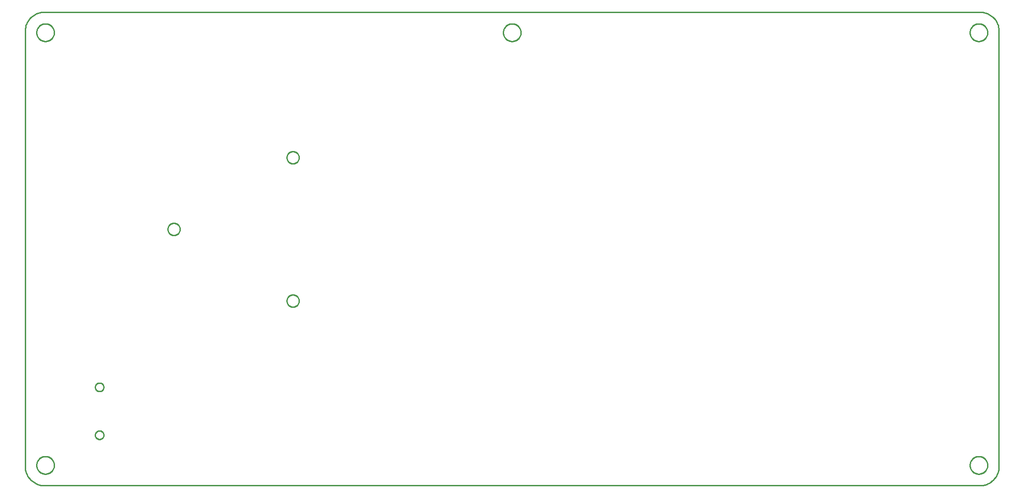
<source format=gbr>
G04 EAGLE Gerber RS-274X export*
G75*
%MOMM*%
%FSLAX34Y34*%
%LPD*%
%IN*%
%IPPOS*%
%AMOC8*
5,1,8,0,0,1.08239X$1,22.5*%
G01*
%ADD10C,0.254000*%


D10*
X0Y35921D02*
X137Y32790D01*
X546Y29683D01*
X1224Y26624D01*
X2166Y23635D01*
X3366Y20740D01*
X4813Y17961D01*
X6496Y15318D01*
X8404Y12831D01*
X10521Y10521D01*
X12831Y8404D01*
X15318Y6496D01*
X17961Y4813D01*
X20740Y3366D01*
X23635Y2166D01*
X26624Y1224D01*
X29683Y546D01*
X32790Y137D01*
X35921Y0D01*
X1792820Y0D01*
X1795939Y136D01*
X1799033Y544D01*
X1802081Y1219D01*
X1805058Y2158D01*
X1807941Y3352D01*
X1810710Y4794D01*
X1813343Y6471D01*
X1815819Y8371D01*
X1818120Y10480D01*
X1820229Y12781D01*
X1822129Y15257D01*
X1823806Y17890D01*
X1825248Y20659D01*
X1826442Y23542D01*
X1827381Y26519D01*
X1828056Y29567D01*
X1828464Y32661D01*
X1828600Y35780D01*
X1828600Y852182D01*
X1828610Y855254D01*
X1828352Y858314D01*
X1827829Y861340D01*
X1827043Y864310D01*
X1826002Y867199D01*
X1824713Y869987D01*
X1823186Y872652D01*
X1821433Y875174D01*
X1819466Y877533D01*
X1817302Y879712D01*
X1814955Y881694D01*
X1812445Y883463D01*
X1809790Y885008D01*
X1807011Y886315D01*
X1804128Y887375D01*
X1801164Y888179D01*
X1798141Y888722D01*
X1795082Y889000D01*
X33669Y889000D01*
X30597Y888722D01*
X27561Y888177D01*
X24584Y887370D01*
X21688Y886306D01*
X18897Y884994D01*
X16230Y883443D01*
X13709Y881666D01*
X11352Y879676D01*
X9178Y877489D01*
X7202Y875120D01*
X5441Y872588D01*
X3907Y869912D01*
X2612Y867112D01*
X1566Y864211D01*
X776Y861229D01*
X250Y858190D01*
X-9Y855116D01*
X0Y852031D01*
X0Y35921D01*
X147700Y184307D02*
X147623Y183525D01*
X147470Y182754D01*
X147241Y182002D01*
X146941Y181275D01*
X146570Y180582D01*
X146133Y179929D01*
X145635Y179321D01*
X145079Y178765D01*
X144471Y178267D01*
X143818Y177830D01*
X143125Y177459D01*
X142398Y177159D01*
X141646Y176930D01*
X140875Y176777D01*
X140093Y176700D01*
X139307Y176700D01*
X138525Y176777D01*
X137754Y176930D01*
X137002Y177159D01*
X136275Y177459D01*
X135582Y177830D01*
X134929Y178267D01*
X134321Y178765D01*
X133765Y179321D01*
X133267Y179929D01*
X132830Y180582D01*
X132459Y181275D01*
X132159Y182002D01*
X131930Y182754D01*
X131777Y183525D01*
X131700Y184307D01*
X131700Y185093D01*
X131777Y185875D01*
X131930Y186646D01*
X132159Y187398D01*
X132459Y188125D01*
X132830Y188818D01*
X133267Y189471D01*
X133765Y190079D01*
X134321Y190635D01*
X134929Y191133D01*
X135582Y191570D01*
X136275Y191941D01*
X137002Y192241D01*
X137754Y192470D01*
X138525Y192623D01*
X139307Y192700D01*
X140093Y192700D01*
X140875Y192623D01*
X141646Y192470D01*
X142398Y192241D01*
X143125Y191941D01*
X143818Y191570D01*
X144471Y191133D01*
X145079Y190635D01*
X145635Y190079D01*
X146133Y189471D01*
X146570Y188818D01*
X146941Y188125D01*
X147241Y187398D01*
X147470Y186646D01*
X147623Y185875D01*
X147700Y185093D01*
X147700Y184307D01*
X147700Y94307D02*
X147623Y93525D01*
X147470Y92754D01*
X147241Y92002D01*
X146941Y91275D01*
X146570Y90582D01*
X146133Y89929D01*
X145635Y89321D01*
X145079Y88765D01*
X144471Y88267D01*
X143818Y87830D01*
X143125Y87459D01*
X142398Y87159D01*
X141646Y86930D01*
X140875Y86777D01*
X140093Y86700D01*
X139307Y86700D01*
X138525Y86777D01*
X137754Y86930D01*
X137002Y87159D01*
X136275Y87459D01*
X135582Y87830D01*
X134929Y88267D01*
X134321Y88765D01*
X133765Y89321D01*
X133267Y89929D01*
X132830Y90582D01*
X132459Y91275D01*
X132159Y92002D01*
X131930Y92754D01*
X131777Y93525D01*
X131700Y94307D01*
X131700Y95093D01*
X131777Y95875D01*
X131930Y96646D01*
X132159Y97398D01*
X132459Y98125D01*
X132830Y98818D01*
X133267Y99471D01*
X133765Y100079D01*
X134321Y100635D01*
X134929Y101133D01*
X135582Y101570D01*
X136275Y101941D01*
X137002Y102241D01*
X137754Y102470D01*
X138525Y102623D01*
X139307Y102700D01*
X140093Y102700D01*
X140875Y102623D01*
X141646Y102470D01*
X142398Y102241D01*
X143125Y101941D01*
X143818Y101570D01*
X144471Y101133D01*
X145079Y100635D01*
X145635Y100079D01*
X146133Y99471D01*
X146570Y98818D01*
X146941Y98125D01*
X147241Y97398D01*
X147470Y96646D01*
X147623Y95875D01*
X147700Y95093D01*
X147700Y94307D01*
X54610Y37560D02*
X54539Y36481D01*
X54398Y35409D01*
X54187Y34349D01*
X53908Y33305D01*
X53560Y32281D01*
X53146Y31283D01*
X52668Y30313D01*
X52128Y29377D01*
X51527Y28478D01*
X50869Y27621D01*
X50157Y26808D01*
X49392Y26044D01*
X48579Y25331D01*
X47722Y24673D01*
X46823Y24072D01*
X45887Y23532D01*
X44917Y23054D01*
X43919Y22640D01*
X42895Y22292D01*
X41851Y22013D01*
X40791Y21802D01*
X39719Y21661D01*
X38640Y21590D01*
X37560Y21590D01*
X36481Y21661D01*
X35409Y21802D01*
X34349Y22013D01*
X33305Y22292D01*
X32281Y22640D01*
X31283Y23054D01*
X30313Y23532D01*
X29377Y24072D01*
X28478Y24673D01*
X27621Y25331D01*
X26808Y26044D01*
X26044Y26808D01*
X25331Y27621D01*
X24673Y28478D01*
X24072Y29377D01*
X23532Y30313D01*
X23054Y31283D01*
X22640Y32281D01*
X22292Y33305D01*
X22013Y34349D01*
X21802Y35409D01*
X21661Y36481D01*
X21590Y37560D01*
X21590Y38640D01*
X21661Y39719D01*
X21802Y40791D01*
X22013Y41851D01*
X22292Y42895D01*
X22640Y43919D01*
X23054Y44917D01*
X23532Y45887D01*
X24072Y46823D01*
X24673Y47722D01*
X25331Y48579D01*
X26044Y49392D01*
X26808Y50157D01*
X27621Y50869D01*
X28478Y51527D01*
X29377Y52128D01*
X30313Y52668D01*
X31283Y53146D01*
X32281Y53560D01*
X33305Y53908D01*
X34349Y54187D01*
X35409Y54398D01*
X36481Y54539D01*
X37560Y54610D01*
X38640Y54610D01*
X39719Y54539D01*
X40791Y54398D01*
X41851Y54187D01*
X42895Y53908D01*
X43919Y53560D01*
X44917Y53146D01*
X45887Y52668D01*
X46823Y52128D01*
X47722Y51527D01*
X48579Y50869D01*
X49392Y50157D01*
X50157Y49392D01*
X50869Y48579D01*
X51527Y47722D01*
X52128Y46823D01*
X52668Y45887D01*
X53146Y44917D01*
X53560Y43919D01*
X53908Y42895D01*
X54187Y41851D01*
X54398Y40791D01*
X54539Y39719D01*
X54610Y38640D01*
X54610Y37560D01*
X54610Y850360D02*
X54539Y849281D01*
X54398Y848209D01*
X54187Y847149D01*
X53908Y846105D01*
X53560Y845081D01*
X53146Y844083D01*
X52668Y843113D01*
X52128Y842177D01*
X51527Y841278D01*
X50869Y840421D01*
X50157Y839608D01*
X49392Y838844D01*
X48579Y838131D01*
X47722Y837473D01*
X46823Y836872D01*
X45887Y836332D01*
X44917Y835854D01*
X43919Y835440D01*
X42895Y835092D01*
X41851Y834813D01*
X40791Y834602D01*
X39719Y834461D01*
X38640Y834390D01*
X37560Y834390D01*
X36481Y834461D01*
X35409Y834602D01*
X34349Y834813D01*
X33305Y835092D01*
X32281Y835440D01*
X31283Y835854D01*
X30313Y836332D01*
X29377Y836872D01*
X28478Y837473D01*
X27621Y838131D01*
X26808Y838844D01*
X26044Y839608D01*
X25331Y840421D01*
X24673Y841278D01*
X24072Y842177D01*
X23532Y843113D01*
X23054Y844083D01*
X22640Y845081D01*
X22292Y846105D01*
X22013Y847149D01*
X21802Y848209D01*
X21661Y849281D01*
X21590Y850360D01*
X21590Y851440D01*
X21661Y852519D01*
X21802Y853591D01*
X22013Y854651D01*
X22292Y855695D01*
X22640Y856719D01*
X23054Y857717D01*
X23532Y858687D01*
X24072Y859623D01*
X24673Y860522D01*
X25331Y861379D01*
X26044Y862192D01*
X26808Y862957D01*
X27621Y863669D01*
X28478Y864327D01*
X29377Y864928D01*
X30313Y865468D01*
X31283Y865946D01*
X32281Y866360D01*
X33305Y866708D01*
X34349Y866987D01*
X35409Y867198D01*
X36481Y867339D01*
X37560Y867410D01*
X38640Y867410D01*
X39719Y867339D01*
X40791Y867198D01*
X41851Y866987D01*
X42895Y866708D01*
X43919Y866360D01*
X44917Y865946D01*
X45887Y865468D01*
X46823Y864928D01*
X47722Y864327D01*
X48579Y863669D01*
X49392Y862957D01*
X50157Y862192D01*
X50869Y861379D01*
X51527Y860522D01*
X52128Y859623D01*
X52668Y858687D01*
X53146Y857717D01*
X53560Y856719D01*
X53908Y855695D01*
X54187Y854651D01*
X54398Y853591D01*
X54539Y852519D01*
X54610Y851440D01*
X54610Y850360D01*
X930910Y850360D02*
X930839Y849281D01*
X930698Y848209D01*
X930487Y847149D01*
X930208Y846105D01*
X929860Y845081D01*
X929446Y844083D01*
X928968Y843113D01*
X928428Y842177D01*
X927827Y841278D01*
X927169Y840421D01*
X926457Y839608D01*
X925692Y838844D01*
X924879Y838131D01*
X924022Y837473D01*
X923123Y836872D01*
X922187Y836332D01*
X921217Y835854D01*
X920219Y835440D01*
X919195Y835092D01*
X918151Y834813D01*
X917091Y834602D01*
X916019Y834461D01*
X914940Y834390D01*
X913860Y834390D01*
X912781Y834461D01*
X911709Y834602D01*
X910649Y834813D01*
X909605Y835092D01*
X908581Y835440D01*
X907583Y835854D01*
X906613Y836332D01*
X905677Y836872D01*
X904778Y837473D01*
X903921Y838131D01*
X903108Y838844D01*
X902344Y839608D01*
X901631Y840421D01*
X900973Y841278D01*
X900372Y842177D01*
X899832Y843113D01*
X899354Y844083D01*
X898940Y845081D01*
X898592Y846105D01*
X898313Y847149D01*
X898102Y848209D01*
X897961Y849281D01*
X897890Y850360D01*
X897890Y851440D01*
X897961Y852519D01*
X898102Y853591D01*
X898313Y854651D01*
X898592Y855695D01*
X898940Y856719D01*
X899354Y857717D01*
X899832Y858687D01*
X900372Y859623D01*
X900973Y860522D01*
X901631Y861379D01*
X902344Y862192D01*
X903108Y862957D01*
X903921Y863669D01*
X904778Y864327D01*
X905677Y864928D01*
X906613Y865468D01*
X907583Y865946D01*
X908581Y866360D01*
X909605Y866708D01*
X910649Y866987D01*
X911709Y867198D01*
X912781Y867339D01*
X913860Y867410D01*
X914940Y867410D01*
X916019Y867339D01*
X917091Y867198D01*
X918151Y866987D01*
X919195Y866708D01*
X920219Y866360D01*
X921217Y865946D01*
X922187Y865468D01*
X923123Y864928D01*
X924022Y864327D01*
X924879Y863669D01*
X925692Y862957D01*
X926457Y862192D01*
X927169Y861379D01*
X927827Y860522D01*
X928428Y859623D01*
X928968Y858687D01*
X929446Y857717D01*
X929860Y856719D01*
X930208Y855695D01*
X930487Y854651D01*
X930698Y853591D01*
X930839Y852519D01*
X930910Y851440D01*
X930910Y850360D01*
X1807210Y37560D02*
X1807139Y36481D01*
X1806998Y35409D01*
X1806787Y34349D01*
X1806508Y33305D01*
X1806160Y32281D01*
X1805746Y31283D01*
X1805268Y30313D01*
X1804728Y29377D01*
X1804127Y28478D01*
X1803469Y27621D01*
X1802757Y26808D01*
X1801992Y26044D01*
X1801179Y25331D01*
X1800322Y24673D01*
X1799423Y24072D01*
X1798487Y23532D01*
X1797517Y23054D01*
X1796519Y22640D01*
X1795495Y22292D01*
X1794451Y22013D01*
X1793391Y21802D01*
X1792319Y21661D01*
X1791240Y21590D01*
X1790160Y21590D01*
X1789081Y21661D01*
X1788009Y21802D01*
X1786949Y22013D01*
X1785905Y22292D01*
X1784881Y22640D01*
X1783883Y23054D01*
X1782913Y23532D01*
X1781977Y24072D01*
X1781078Y24673D01*
X1780221Y25331D01*
X1779408Y26044D01*
X1778644Y26808D01*
X1777931Y27621D01*
X1777273Y28478D01*
X1776672Y29377D01*
X1776132Y30313D01*
X1775654Y31283D01*
X1775240Y32281D01*
X1774892Y33305D01*
X1774613Y34349D01*
X1774402Y35409D01*
X1774261Y36481D01*
X1774190Y37560D01*
X1774190Y38640D01*
X1774261Y39719D01*
X1774402Y40791D01*
X1774613Y41851D01*
X1774892Y42895D01*
X1775240Y43919D01*
X1775654Y44917D01*
X1776132Y45887D01*
X1776672Y46823D01*
X1777273Y47722D01*
X1777931Y48579D01*
X1778644Y49392D01*
X1779408Y50157D01*
X1780221Y50869D01*
X1781078Y51527D01*
X1781977Y52128D01*
X1782913Y52668D01*
X1783883Y53146D01*
X1784881Y53560D01*
X1785905Y53908D01*
X1786949Y54187D01*
X1788009Y54398D01*
X1789081Y54539D01*
X1790160Y54610D01*
X1791240Y54610D01*
X1792319Y54539D01*
X1793391Y54398D01*
X1794451Y54187D01*
X1795495Y53908D01*
X1796519Y53560D01*
X1797517Y53146D01*
X1798487Y52668D01*
X1799423Y52128D01*
X1800322Y51527D01*
X1801179Y50869D01*
X1801992Y50157D01*
X1802757Y49392D01*
X1803469Y48579D01*
X1804127Y47722D01*
X1804728Y46823D01*
X1805268Y45887D01*
X1805746Y44917D01*
X1806160Y43919D01*
X1806508Y42895D01*
X1806787Y41851D01*
X1806998Y40791D01*
X1807139Y39719D01*
X1807210Y38640D01*
X1807210Y37560D01*
X1807210Y850360D02*
X1807139Y849281D01*
X1806998Y848209D01*
X1806787Y847149D01*
X1806508Y846105D01*
X1806160Y845081D01*
X1805746Y844083D01*
X1805268Y843113D01*
X1804728Y842177D01*
X1804127Y841278D01*
X1803469Y840421D01*
X1802757Y839608D01*
X1801992Y838844D01*
X1801179Y838131D01*
X1800322Y837473D01*
X1799423Y836872D01*
X1798487Y836332D01*
X1797517Y835854D01*
X1796519Y835440D01*
X1795495Y835092D01*
X1794451Y834813D01*
X1793391Y834602D01*
X1792319Y834461D01*
X1791240Y834390D01*
X1790160Y834390D01*
X1789081Y834461D01*
X1788009Y834602D01*
X1786949Y834813D01*
X1785905Y835092D01*
X1784881Y835440D01*
X1783883Y835854D01*
X1782913Y836332D01*
X1781977Y836872D01*
X1781078Y837473D01*
X1780221Y838131D01*
X1779408Y838844D01*
X1778644Y839608D01*
X1777931Y840421D01*
X1777273Y841278D01*
X1776672Y842177D01*
X1776132Y843113D01*
X1775654Y844083D01*
X1775240Y845081D01*
X1774892Y846105D01*
X1774613Y847149D01*
X1774402Y848209D01*
X1774261Y849281D01*
X1774190Y850360D01*
X1774190Y851440D01*
X1774261Y852519D01*
X1774402Y853591D01*
X1774613Y854651D01*
X1774892Y855695D01*
X1775240Y856719D01*
X1775654Y857717D01*
X1776132Y858687D01*
X1776672Y859623D01*
X1777273Y860522D01*
X1777931Y861379D01*
X1778644Y862192D01*
X1779408Y862957D01*
X1780221Y863669D01*
X1781078Y864327D01*
X1781977Y864928D01*
X1782913Y865468D01*
X1783883Y865946D01*
X1784881Y866360D01*
X1785905Y866708D01*
X1786949Y866987D01*
X1788009Y867198D01*
X1789081Y867339D01*
X1790160Y867410D01*
X1791240Y867410D01*
X1792319Y867339D01*
X1793391Y867198D01*
X1794451Y866987D01*
X1795495Y866708D01*
X1796519Y866360D01*
X1797517Y865946D01*
X1798487Y865468D01*
X1799423Y864928D01*
X1800322Y864327D01*
X1801179Y863669D01*
X1801992Y862957D01*
X1802757Y862192D01*
X1803469Y861379D01*
X1804127Y860522D01*
X1804728Y859623D01*
X1805268Y858687D01*
X1805746Y857717D01*
X1806160Y856719D01*
X1806508Y855695D01*
X1806787Y854651D01*
X1806998Y853591D01*
X1807139Y852519D01*
X1807210Y851440D01*
X1807210Y850360D01*
X278951Y492760D02*
X278056Y492690D01*
X277168Y492549D01*
X276295Y492339D01*
X275441Y492062D01*
X274611Y491718D01*
X273811Y491310D01*
X273045Y490841D01*
X272318Y490313D01*
X271635Y489730D01*
X271000Y489095D01*
X270417Y488412D01*
X269889Y487685D01*
X269420Y486919D01*
X269012Y486119D01*
X268668Y485289D01*
X268391Y484435D01*
X268181Y483562D01*
X268040Y482675D01*
X267970Y481779D01*
X267970Y480881D01*
X268040Y479986D01*
X268181Y479098D01*
X268391Y478225D01*
X268668Y477371D01*
X269012Y476541D01*
X269420Y475741D01*
X269889Y474975D01*
X270417Y474248D01*
X271000Y473565D01*
X271635Y472930D01*
X272318Y472347D01*
X273045Y471819D01*
X273811Y471350D01*
X274611Y470942D01*
X275441Y470598D01*
X276295Y470321D01*
X277168Y470111D01*
X278056Y469970D01*
X278951Y469900D01*
X279849Y469900D01*
X280745Y469970D01*
X281632Y470111D01*
X282505Y470321D01*
X283359Y470598D01*
X284189Y470942D01*
X284989Y471350D01*
X285755Y471819D01*
X286482Y472347D01*
X287165Y472930D01*
X287800Y473565D01*
X288383Y474248D01*
X288911Y474975D01*
X289380Y475741D01*
X289788Y476541D01*
X290132Y477371D01*
X290409Y478225D01*
X290619Y479098D01*
X290760Y479986D01*
X290830Y480881D01*
X290830Y481779D01*
X290760Y482675D01*
X290619Y483562D01*
X290409Y484435D01*
X290132Y485289D01*
X289788Y486119D01*
X289380Y486919D01*
X288911Y487685D01*
X288383Y488412D01*
X287800Y489095D01*
X287165Y489730D01*
X286482Y490313D01*
X285755Y490841D01*
X284989Y491310D01*
X284189Y491718D01*
X283359Y492062D01*
X282505Y492339D01*
X281632Y492549D01*
X280745Y492690D01*
X279849Y492760D01*
X278951Y492760D01*
X502471Y358140D02*
X501576Y358070D01*
X500688Y357929D01*
X499815Y357719D01*
X498961Y357442D01*
X498131Y357098D01*
X497331Y356690D01*
X496565Y356221D01*
X495838Y355693D01*
X495155Y355110D01*
X494520Y354475D01*
X493937Y353792D01*
X493409Y353065D01*
X492940Y352299D01*
X492532Y351499D01*
X492188Y350669D01*
X491911Y349815D01*
X491701Y348942D01*
X491560Y348055D01*
X491490Y347159D01*
X491490Y346261D01*
X491560Y345366D01*
X491701Y344478D01*
X491911Y343605D01*
X492188Y342751D01*
X492532Y341921D01*
X492940Y341121D01*
X493409Y340355D01*
X493937Y339628D01*
X494520Y338945D01*
X495155Y338310D01*
X495838Y337727D01*
X496565Y337199D01*
X497331Y336730D01*
X498131Y336322D01*
X498961Y335978D01*
X499815Y335701D01*
X500688Y335491D01*
X501576Y335350D01*
X502471Y335280D01*
X503369Y335280D01*
X504265Y335350D01*
X505152Y335491D01*
X506025Y335701D01*
X506879Y335978D01*
X507709Y336322D01*
X508509Y336730D01*
X509275Y337199D01*
X510002Y337727D01*
X510685Y338310D01*
X511320Y338945D01*
X511903Y339628D01*
X512431Y340355D01*
X512900Y341121D01*
X513308Y341921D01*
X513652Y342751D01*
X513929Y343605D01*
X514139Y344478D01*
X514280Y345366D01*
X514350Y346261D01*
X514350Y347159D01*
X514280Y348055D01*
X514139Y348942D01*
X513929Y349815D01*
X513652Y350669D01*
X513308Y351499D01*
X512900Y352299D01*
X512431Y353065D01*
X511903Y353792D01*
X511320Y354475D01*
X510685Y355110D01*
X510002Y355693D01*
X509275Y356221D01*
X508509Y356690D01*
X507709Y357098D01*
X506879Y357442D01*
X506025Y357719D01*
X505152Y357929D01*
X504265Y358070D01*
X503369Y358140D01*
X502471Y358140D01*
X502471Y627380D02*
X501576Y627310D01*
X500688Y627169D01*
X499815Y626959D01*
X498961Y626682D01*
X498131Y626338D01*
X497331Y625930D01*
X496565Y625461D01*
X495838Y624933D01*
X495155Y624350D01*
X494520Y623715D01*
X493937Y623032D01*
X493409Y622305D01*
X492940Y621539D01*
X492532Y620739D01*
X492188Y619909D01*
X491911Y619055D01*
X491701Y618182D01*
X491560Y617295D01*
X491490Y616399D01*
X491490Y615501D01*
X491560Y614606D01*
X491701Y613718D01*
X491911Y612845D01*
X492188Y611991D01*
X492532Y611161D01*
X492940Y610361D01*
X493409Y609595D01*
X493937Y608868D01*
X494520Y608185D01*
X495155Y607550D01*
X495838Y606967D01*
X496565Y606439D01*
X497331Y605970D01*
X498131Y605562D01*
X498961Y605218D01*
X499815Y604941D01*
X500688Y604731D01*
X501576Y604590D01*
X502471Y604520D01*
X503369Y604520D01*
X504265Y604590D01*
X505152Y604731D01*
X506025Y604941D01*
X506879Y605218D01*
X507709Y605562D01*
X508509Y605970D01*
X509275Y606439D01*
X510002Y606967D01*
X510685Y607550D01*
X511320Y608185D01*
X511903Y608868D01*
X512431Y609595D01*
X512900Y610361D01*
X513308Y611161D01*
X513652Y611991D01*
X513929Y612845D01*
X514139Y613718D01*
X514280Y614606D01*
X514350Y615501D01*
X514350Y616399D01*
X514280Y617295D01*
X514139Y618182D01*
X513929Y619055D01*
X513652Y619909D01*
X513308Y620739D01*
X512900Y621539D01*
X512431Y622305D01*
X511903Y623032D01*
X511320Y623715D01*
X510685Y624350D01*
X510002Y624933D01*
X509275Y625461D01*
X508509Y625930D01*
X507709Y626338D01*
X506879Y626682D01*
X506025Y626959D01*
X505152Y627169D01*
X504265Y627310D01*
X503369Y627380D01*
X502471Y627380D01*
M02*

</source>
